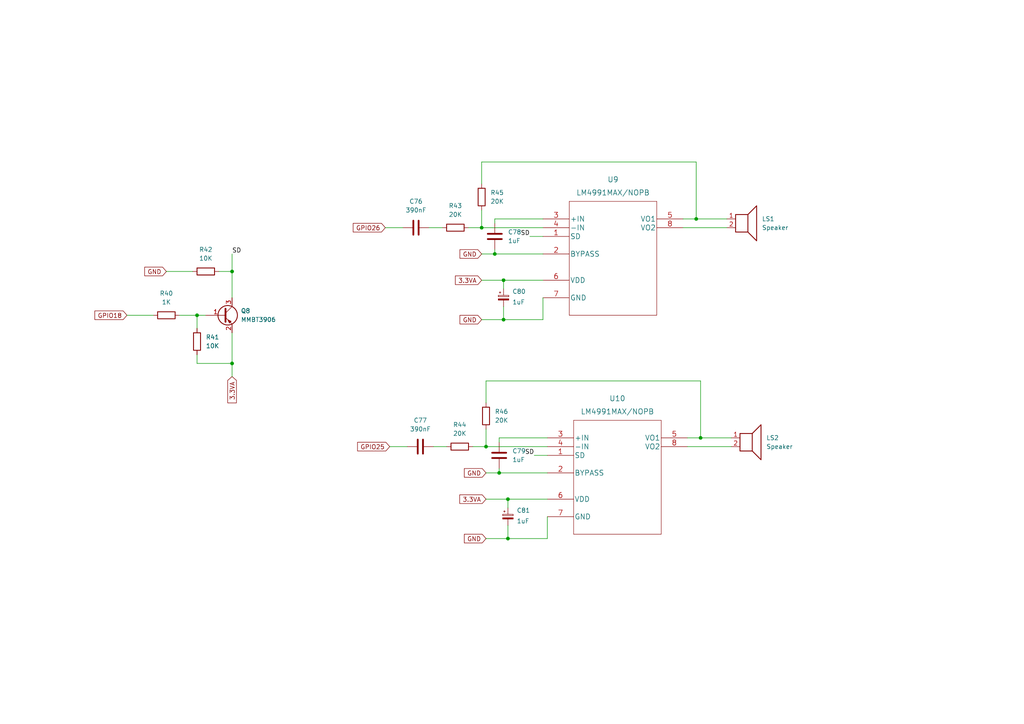
<source format=kicad_sch>
(kicad_sch (version 20211123) (generator eeschema)
  (paper "A4")
  (lib_symbols
    (symbol "Device:C" (pin_numbers hide) (pin_names (offset 0.254))
      (property "Reference" "C" (at 0.635 2.54 0))
      (property "Value" "C" (at 0.635 -2.54 0))
      (symbol "C_0_1"
        (polyline (pts (xy -2.032 -0.762) (xy 2.032 -0.762)) (stroke (width 0.508)))
        (polyline (pts (xy -2.032 0.762) (xy 2.032 0.762)) (stroke (width 0.508)))
      )
      (symbol "C_1_1"
        (pin passive line (at 0 3.81 270) (length 2.794) (name "~") (number "1"))
        (pin passive line (at 0 -3.81 90) (length 2.794) (name "~") (number "2"))
      )
    )
    (symbol "Device:C_Polarized_Small" (pin_numbers hide) (pin_names (offset 0.254) hide)
      (property "Reference" "C" (at 0.254 1.778 0))
      (property "Value" "C_Polarized_Small" (at 0.254 -2.032 0))
      (symbol "C_Polarized_Small_0_1"
        (rectangle (start -1.524 -0.3048) (end 1.524 -0.6858) (fill (type outline)))
        (rectangle (start -1.524 0.6858) (end 1.524 0.3048))
        (polyline (pts (xy -1.27 1.524) (xy -0.762 1.524)))
        (polyline (pts (xy -1.016 1.27) (xy -1.016 1.778)))
      )
      (symbol "C_Polarized_Small_1_1"
        (pin passive line (at 0 2.54 270) (length 1.8542) (name "~") (number "1"))
        (pin passive line (at 0 -2.54 90) (length 1.8542) (name "~") (number "2"))
      )
    )
    (symbol "Device:R" (pin_numbers hide) (pin_names (offset 0))
      (property "Reference" "R" (at 2.032 0 90))
      (property "Value" "R" (at 0 0 90))
      (symbol "R_0_1"
        (rectangle (start -1.016 -2.54) (end 1.016 2.54) (stroke (width 0.254)))
      )
      (symbol "R_1_1"
        (pin passive line (at 0 3.81 270) (length 1.27) (name "~") (number "1"))
        (pin passive line (at 0 -3.81 90) (length 1.27) (name "~") (number "2"))
      )
    )
    (symbol "Device:Speaker" (pin_names (offset 0) hide)
      (property "Reference" "LS" (at 1.27 5.715 0))
      (property "Value" "Speaker" (at 1.27 3.81 0))
      (symbol "Speaker_0_0"
        (rectangle (start -2.54 1.27) (end 1.016 -3.81) (stroke (width 0.254)))
        (polyline (pts (xy 1.016 1.27) (xy 3.556 3.81) (xy 3.556 -6.35) (xy 1.016 -3.81)) (stroke (width 0.254)))
      )
      (symbol "Speaker_1_1"
        (pin input line (at -5.08 0 0) (length 2.54) (name "1") (number "1"))
        (pin input line (at -5.08 -2.54 0) (length 2.54) (name "2") (number "2"))
      )
    )
    (symbol "LM4991MAXNOPB:LM4991MAX{slash}NOPB" (pin_names (offset 0.254))
      (property "Value" "LM4991MAX{slash}NOPB" (at 20.32 7.62 0))
      (symbol "LM4991MAX{slash}NOPB_1_1"
        (polyline (pts (xy 7.62 -27.94) (xy 33.02 -27.94)) (stroke (width 0.127)))
        (polyline (pts (xy 7.62 5.08) (xy 7.62 -27.94)) (stroke (width 0.127)))
        (polyline (pts (xy 33.02 -27.94) (xy 33.02 5.08)) (stroke (width 0.127)))
        (polyline (pts (xy 33.02 5.08) (xy 7.62 5.08)) (stroke (width 0.127)))
        (pin input line (at 0 -5.08 0) (length 7.62) (name "SD") (number "1"))
        (pin passive line (at 0 -10.16 0) (length 7.62) (name "BYPASS") (number "2"))
        (pin input line (at 0 0 0) (length 7.62) (name "+IN") (number "3"))
        (pin input line (at 0 -2.54 0) (length 7.62) (name "-IN") (number "4"))
        (pin output line (at 40.64 0 180) (length 7.62) (name "VO1") (number "5"))
        (pin power_in line (at 0 -17.78 0) (length 7.62) (name "VDD") (number "6"))
        (pin power_in line (at 0 -22.86 0) (length 7.62) (name "GND") (number "7"))
        (pin output line (at 40.64 -2.54 180) (length 7.62) (name "VO2") (number "8"))
      )
    )
    (symbol "Transistor_BJT:MMBT3906" (pin_names (offset 0) hide)
      (property "Reference" "Q" (at 5.08 1.905 0))
      (property "Value" "MMBT3906" (at 5.08 0 0))
      (symbol "MMBT3906_0_1"
        (polyline (pts (xy 0.635 0.635) (xy 2.54 2.54)))
        (polyline (pts (xy 0.635 -0.635) (xy 2.54 -2.54) (xy 2.54 -2.54)))
        (polyline (pts (xy 0.635 1.905) (xy 0.635 -1.905) (xy 0.635 -1.905)) (stroke (width 0.508)))
        (polyline (pts (xy 2.286 -1.778) (xy 1.778 -2.286) (xy 1.27 -1.27) (xy 2.286 -1.778) (xy 2.286 -1.778)) (fill (type outline)))
        (circle (center 1.27 0) (radius 2.8194) (stroke (width 0.254)))
      )
      (symbol "MMBT3906_1_1"
        (pin input line (at -5.08 0 0) (length 5.715) (name "B") (number "1"))
        (pin passive line (at 2.54 -5.08 90) (length 2.54) (name "E") (number "2"))
        (pin passive line (at 2.54 5.08 270) (length 2.54) (name "C") (number "3"))
      )
    )
  )
  (junction (at 67.31 105.41))
  (junction (at 146.05 81.28))
  (junction (at 146.05 92.71))
  (junction (at 67.31 78.74))
  (junction (at 144.78 137.16))
  (junction (at 203.2 127))
  (junction (at 140.97 129.54))
  (junction (at 147.32 156.21))
  (junction (at 57.15 91.44))
  (junction (at 139.7 66.04))
  (junction (at 147.32 144.78))
  (junction (at 143.51 73.66))
  (junction (at 201.93 63.5))
  (wire (pts (xy 198.12 63.5) (xy 201.93 63.5)))
  (wire (pts (xy 140.97 144.78) (xy 147.32 144.78)))
  (wire (pts (xy 144.78 135.89) (xy 144.78 137.16)))
  (wire (pts (xy 146.05 92.71) (xy 157.48 92.71)))
  (wire (pts (xy 140.97 156.21) (xy 147.32 156.21)))
  (wire (pts (xy 199.39 127) (xy 203.2 127)))
  (wire (pts (xy 113.03 129.54) (xy 118.11 129.54)))
  (wire (pts (xy 198.12 66.04) (xy 210.82 66.04)))
  (wire (pts (xy 144.78 127) (xy 144.78 128.27)))
  (wire (pts (xy 36.83 91.44) (xy 44.45 91.44)))
  (wire (pts (xy 158.75 127) (xy 144.78 127)))
  (wire (pts (xy 139.7 60.96) (xy 139.7 66.04)))
  (wire (pts (xy 57.15 102.87) (xy 57.15 105.41)))
  (wire (pts (xy 67.31 96.52) (xy 67.31 105.41)))
  (wire (pts (xy 158.75 149.86) (xy 158.75 156.21)))
  (wire (pts (xy 199.39 129.54) (xy 212.09 129.54)))
  (wire (pts (xy 201.93 46.99) (xy 201.93 63.5)))
  (wire (pts (xy 67.31 105.41) (xy 67.31 109.22)))
  (wire (pts (xy 143.51 63.5) (xy 143.51 64.77)))
  (wire (pts (xy 137.16 129.54) (xy 140.97 129.54)))
  (wire (pts (xy 111.76 66.04) (xy 116.84 66.04)))
  (wire (pts (xy 48.26 78.74) (xy 55.88 78.74)))
  (wire (pts (xy 139.7 92.71) (xy 146.05 92.71)))
  (wire (pts (xy 144.78 137.16) (xy 158.75 137.16)))
  (wire (pts (xy 203.2 127) (xy 212.09 127)))
  (wire (pts (xy 125.73 129.54) (xy 129.54 129.54)))
  (wire (pts (xy 57.15 91.44) (xy 59.69 91.44)))
  (wire (pts (xy 57.15 105.41) (xy 67.31 105.41)))
  (wire (pts (xy 57.15 91.44) (xy 57.15 95.25)))
  (wire (pts (xy 140.97 116.84) (xy 140.97 110.49)))
  (wire (pts (xy 63.5 78.74) (xy 67.31 78.74)))
  (wire (pts (xy 147.32 147.32) (xy 147.32 144.78)))
  (wire (pts (xy 157.48 86.36) (xy 157.48 92.71)))
  (wire (pts (xy 157.48 63.5) (xy 143.51 63.5)))
  (wire (pts (xy 67.31 78.74) (xy 67.31 86.36)))
  (wire (pts (xy 201.93 63.5) (xy 210.82 63.5)))
  (wire (pts (xy 140.97 129.54) (xy 158.75 129.54)))
  (wire (pts (xy 143.51 72.39) (xy 143.51 73.66)))
  (wire (pts (xy 147.32 156.21) (xy 158.75 156.21)))
  (wire (pts (xy 139.7 46.99) (xy 201.93 46.99)))
  (wire (pts (xy 139.7 73.66) (xy 143.51 73.66)))
  (wire (pts (xy 154.94 132.08) (xy 158.75 132.08)))
  (wire (pts (xy 203.2 110.49) (xy 203.2 127)))
  (wire (pts (xy 67.31 73.66) (xy 67.31 78.74)))
  (wire (pts (xy 140.97 124.46) (xy 140.97 129.54)))
  (wire (pts (xy 139.7 66.04) (xy 157.48 66.04)))
  (wire (pts (xy 147.32 152.4) (xy 147.32 156.21)))
  (wire (pts (xy 143.51 73.66) (xy 157.48 73.66)))
  (wire (pts (xy 124.46 66.04) (xy 128.27 66.04)))
  (wire (pts (xy 146.05 88.9) (xy 146.05 92.71)))
  (wire (pts (xy 153.67 68.58) (xy 157.48 68.58)))
  (wire (pts (xy 139.7 53.34) (xy 139.7 46.99)))
  (wire (pts (xy 135.89 66.04) (xy 139.7 66.04)))
  (wire (pts (xy 147.32 144.78) (xy 158.75 144.78)))
  (wire (pts (xy 140.97 137.16) (xy 144.78 137.16)))
  (wire (pts (xy 52.07 91.44) (xy 57.15 91.44)))
  (wire (pts (xy 146.05 83.82) (xy 146.05 81.28)))
  (wire (pts (xy 146.05 81.28) (xy 157.48 81.28)))
  (wire (pts (xy 139.7 81.28) (xy 146.05 81.28)))
  (wire (pts (xy 140.97 110.49) (xy 203.2 110.49)))
  (label "SD" (at 67.31 73.66 0))
  (label "SD" (at 154.94 132.08 180))
  (label "SD" (at 153.67 68.58 180))
  (global_label "GND" (shape input) (at 140.97 156.21 180) (property "Intersheet References" "${INTERSHEET_REFS}" (effects hide)))
  (global_label "GND" (shape input) (at 140.97 137.16 180) (property "Intersheet References" "${INTERSHEET_REFS}" (effects hide)))
  (global_label "GND" (shape input) (at 139.7 92.71 180) (property "Intersheet References" "${INTERSHEET_REFS}" (effects hide)))
  (global_label "GND" (shape input) (at 139.7 73.66 180) (property "Intersheet References" "${INTERSHEET_REFS}" (effects hide)))
  (global_label "3.3VA" (shape input) (at 139.7 81.28 180) (property "Intersheet References" "${INTERSHEET_REFS}" (effects hide)))
  (global_label "GPIO25" (shape input) (at 113.03 129.54 180) (property "Intersheet References" "${INTERSHEET_REFS}" (effects hide)))
  (global_label "3.3VA" (shape input) (at 140.97 144.78 180) (property "Intersheet References" "${INTERSHEET_REFS}" (effects hide)))
  (global_label "GPIO26" (shape input) (at 111.76 66.04 180) (property "Intersheet References" "${INTERSHEET_REFS}" (effects hide)))
  (global_label "GPIO18" (shape input) (at 36.83 91.44 180) (property "Intersheet References" "${INTERSHEET_REFS}" (effects hide)))
  (global_label "GND" (shape input) (at 48.26 78.74 180) (property "Intersheet References" "${INTERSHEET_REFS}" (effects hide)))
  (global_label "3.3VA" (shape input) (at 67.31 109.22 270) (property "Intersheet References" "${INTERSHEET_REFS}" (effects hide)))
  (symbol (lib_id "Device:Speaker") (at 215.9 63.5 0) (unit 1)
    (property "Reference" "LS1" (at 220.98 63.4999 0) (effects (justify left)))
    (property "Value" "Speaker" (at 220.98 66.0399 0) (effects (justify left)))
    (property "Footprint" "Connector_PinHeader_2.54mm:PinHeader_1x02_P2.54mm_Vertical" (effects hide))
  )
  (symbol (lib_id "Device:R") (at 133.35 129.54 90) (unit 1)
    (property "Reference" "R44" (at 133.35 123.19 90))
    (property "Value" "20K" (at 133.35 125.73 90))
    (property "Footprint" "Resistor_SMD:R_0603_1608Metric" (effects hide))
  )
  (symbol (lib_id "Device:C") (at 144.78 132.08 180) (unit 1)
    (property "Reference" "C79" (at 148.59 130.8099 0) (effects (justify right)))
    (property "Value" "1uF" (at 148.59 133.3499 0) (effects (justify right)))
    (property "Footprint" "Capacitor_SMD:C_0603_1608Metric" (effects hide))
  )
  (symbol (lib_id "Device:C_Polarized_Small") (at 146.05 86.36 0) (unit 1)
    (property "Reference" "C80" (at 148.59 84.5438 0) (effects (justify left)))
    (property "Value" "1uF" (at 148.59 87.63 0) (effects (justify left)))
    (property "Footprint" "Capacitor_SMD:C_0603_1608Metric" (effects hide))
  )
  (symbol (lib_id "Device:R") (at 59.69 78.74 270) (unit 1)
    (property "Reference" "R42" (at 59.69 72.39 90))
    (property "Value" "10K" (at 59.69 74.93 90))
    (property "Footprint" "Resistor_SMD:R_0603_1608Metric" (effects hide))
  )
  (symbol (lib_id "Device:C") (at 143.51 68.58 180) (unit 1)
    (property "Reference" "C78" (at 147.32 67.3099 0) (effects (justify right)))
    (property "Value" "1uF" (at 147.32 69.8499 0) (effects (justify right)))
    (property "Footprint" "Capacitor_SMD:C_0603_1608Metric" (effects hide))
  )
  (symbol (lib_id "Device:C_Polarized_Small") (at 147.32 149.86 0) (unit 1)
    (property "Reference" "C81" (at 149.86 148.0438 0) (effects (justify left)))
    (property "Value" "1uF" (at 149.86 151.13 0) (effects (justify left)))
    (property "Footprint" "Capacitor_SMD:C_0603_1608Metric" (effects hide))
  )
  (symbol (lib_id "Device:R") (at 48.26 91.44 90) (unit 1)
    (property "Reference" "R40" (at 48.26 85.09 90))
    (property "Value" "1K" (at 48.26 87.63 90))
    (property "Footprint" "Resistor_SMD:R_0603_1608Metric" (effects hide))
  )
  (symbol (lib_id "Device:R") (at 57.15 99.06 180) (unit 1)
    (property "Reference" "R41" (at 59.69 97.7899 0) (effects (justify right)))
    (property "Value" "10K" (at 59.69 100.3299 0) (effects (justify right)))
    (property "Footprint" "Resistor_SMD:R_0603_1608Metric" (effects hide))
  )
  (symbol (lib_id "Device:R") (at 132.08 66.04 90) (unit 1)
    (property "Reference" "R43" (at 132.08 59.69 90))
    (property "Value" "20K" (at 132.08 62.23 90))
    (property "Footprint" "Resistor_SMD:R_0603_1608Metric" (effects hide))
  )
  (symbol (lib_id "LM4991MAXNOPB:LM4991MAX{slash}NOPB") (at 158.75 127 0) (unit 1)
    (property "Reference" "U10" (at 179.07 115.57 0) (effects (font (size 1.524 1.524))))
    (property "Value" "LM4991MAX/NOPB" (at 179.07 119.38 0) (effects (font (size 1.524 1.524))))
    (property "Footprint" "footprints:LM4991MAXNOPB" (effects hide))
  )
  (symbol (lib_id "Device:C") (at 120.65 66.04 90) (unit 1)
    (property "Reference" "C76" (at 120.65 58.42 90))
    (property "Value" "390nF" (at 120.65 60.96 90))
    (property "Footprint" "Capacitor_SMD:C_0603_1608Metric" (effects hide))
  )
  (symbol (lib_id "Device:C") (at 121.92 129.54 90) (unit 1)
    (property "Reference" "C77" (at 121.92 121.92 90))
    (property "Value" "390nF" (at 121.92 124.46 90))
    (property "Footprint" "Capacitor_SMD:C_0603_1608Metric" (effects hide))
  )
  (symbol (lib_id "Device:R") (at 139.7 57.15 0) (unit 1)
    (property "Reference" "R45" (at 142.24 55.8799 0) (effects (justify left)))
    (property "Value" "20K" (at 142.24 58.4199 0) (effects (justify left)))
    (property "Footprint" "Resistor_SMD:R_0603_1608Metric" (effects hide))
  )
  (symbol (lib_id "LM4991MAXNOPB:LM4991MAX{slash}NOPB") (at 157.48 63.5 0) (unit 1)
    (property "Reference" "U9" (at 177.8 52.07 0) (effects (font (size 1.524 1.524))))
    (property "Value" "LM4991MAX/NOPB" (at 177.8 55.88 0) (effects (font (size 1.524 1.524))))
    (property "Footprint" "footprints:LM4991MAXNOPB" (effects hide))
  )
  (symbol (lib_id "Transistor_BJT:MMBT3906") (at 64.77 91.44 0) (unit 1)
    (property "Reference" "Q8" (at 69.85 90.1699 0) (effects (justify left)))
    (property "Value" "MMBT3906" (at 69.85 92.7099 0) (effects (justify left)))
    (property "Footprint" "Package_TO_SOT_SMD:SOT-23" (effects hide))
    (property "Datasheet" "https://www.onsemi.com/pub/Collateral/2N3906-D.PDF" (effects hide))
  )
  (symbol (lib_id "Device:R") (at 140.97 120.65 0) (unit 1)
    (property "Reference" "R46" (at 143.51 119.3799 0) (effects (justify left)))
    (property "Value" "20K" (at 143.51 121.9199 0) (effects (justify left)))
    (property "Footprint" "Resistor_SMD:R_0603_1608Metric" (effects hide))
  )
  (symbol (lib_id "Device:Speaker") (at 217.17 127 0) (unit 1)
    (property "Reference" "LS2" (at 222.25 126.9999 0) (effects (justify left)))
    (property "Value" "Speaker" (at 222.25 129.5399 0) (effects (justify left)))
    (property "Footprint" "Connector_PinHeader_2.54mm:PinHeader_1x02_P2.54mm_Vertical" (effects hide))
  )
)
</source>
